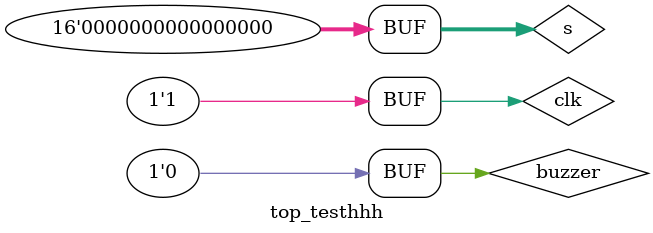
<source format=v>
`timescale 1ns / 1ps


module top_testhhh;

	// Inputs
	reg clk;
	reg [15:0] s;
	reg buzzer;

	// Outputs
	wire [31:0] clkd_out;
	wire [31:0] PC_out;
	wire [31:0] instr_out;

	// Instantiate the Unit Under Test (UUT)
	Top uut (
		.clk(clk), 
		.s(s), 
		.buzzer(buzzer), 
		.clkd_out(clkd_out),
		.PC_out(PC_out),
		.instr_out(instr_out)
	);

	initial begin
		// Initialize Inputs
		clk = 0;
		s = 0;
		buzzer = 0;

		// Wait 100 ns for global reset to finish
		#100;
        
		// Add stimulus here

	end
   always  begin
		clk = 0; #10;
		clk = 1; #10;
	end
endmodule


</source>
